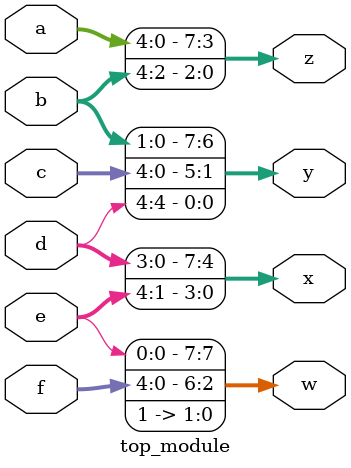
<source format=sv>
module top_module (
	input [4:0] a,
	input [4:0] b,
	input [4:0] c,
	input [4:0] d,
	input [4:0] e,
	input [4:0] f,
	output [7:0] w,
	output [7:0] x,
	output [7:0] y,
	output [7:0] z
);
	assign {z, y, x, w} = {a, b, c, d, e, f, 2'b11};
endmodule

</source>
